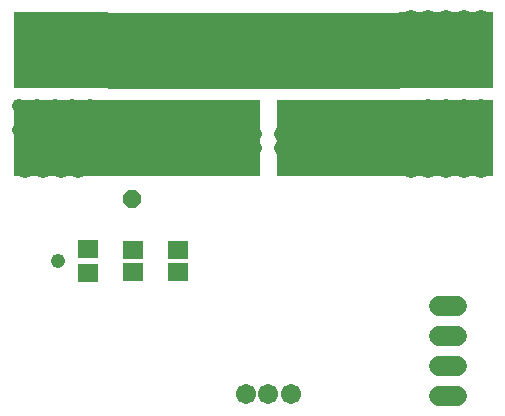
<source format=gts>
G75*
%MOIN*%
%OFA0B0*%
%FSLAX24Y24*%
%IPPOS*%
%LPD*%
%AMOC8*
5,1,8,0,0,1.08239X$1,22.5*
%
%ADD10R,0.9744X0.2559*%
%ADD11R,0.5118X0.2559*%
%ADD12R,0.4094X0.2559*%
%ADD13C,0.0477*%
%ADD14C,0.1655*%
%ADD15C,0.0671*%
%ADD16C,0.0680*%
%ADD17R,0.0580X0.0330*%
%ADD18R,0.3150X0.2559*%
%ADD19R,0.0710X0.0592*%
%ADD20OC8,0.0600*%
%ADD21C,0.0476*%
%ADD22OC8,0.0476*%
%ADD23C,0.0437*%
D10*
X011690Y013596D03*
D11*
X009338Y010683D03*
D12*
X014495Y010683D03*
D13*
X015387Y011240D03*
X014924Y011387D03*
X014403Y011387D03*
X013881Y011387D03*
X013349Y011387D03*
X012887Y011240D03*
X012601Y010846D03*
X012601Y010354D03*
X012887Y009960D03*
X013349Y009813D03*
X013881Y009813D03*
X014403Y009813D03*
X014924Y009813D03*
X015387Y009960D03*
X015668Y010350D03*
X015668Y010850D03*
X016716Y010978D03*
X016912Y010387D03*
X017503Y010387D03*
X018094Y010387D03*
X018684Y010387D03*
X019275Y010387D03*
X019275Y009600D03*
X018684Y009600D03*
X018094Y009600D03*
X017503Y009600D03*
X016912Y009600D03*
X016716Y011569D03*
X017503Y011765D03*
X018094Y011765D03*
X018684Y011765D03*
X019275Y011765D03*
X019275Y012750D03*
X018684Y012750D03*
X018094Y012750D03*
X017503Y012750D03*
X016912Y012750D03*
X016912Y013537D03*
X017503Y013537D03*
X018094Y013537D03*
X018684Y013537D03*
X019275Y013537D03*
X019275Y014128D03*
X019275Y014718D03*
X018684Y014718D03*
X018094Y014718D03*
X018094Y014128D03*
X018684Y014128D03*
X017503Y014128D03*
X016912Y014128D03*
X016912Y014718D03*
X017503Y014718D03*
X011735Y010846D03*
X011450Y011240D03*
X010987Y011387D03*
X010466Y011387D03*
X009934Y011387D03*
X009412Y011387D03*
X008950Y011240D03*
X008668Y010850D03*
X008668Y010350D03*
X008950Y009960D03*
X009412Y009813D03*
X009934Y009813D03*
X010466Y009813D03*
X010987Y009813D03*
X011450Y009960D03*
X011735Y010354D03*
X006621Y010584D03*
X006227Y010978D03*
X005637Y010978D03*
X005046Y010978D03*
X004456Y010978D03*
X003865Y010978D03*
X003865Y011765D03*
X004456Y011765D03*
X005046Y011765D03*
X005637Y011765D03*
X006227Y011765D03*
X006424Y012750D03*
X005834Y012750D03*
X005243Y012750D03*
X004653Y012750D03*
X004062Y012750D03*
X004062Y013340D03*
X004653Y013340D03*
X005243Y013340D03*
X005834Y013340D03*
X006424Y013340D03*
X006424Y013931D03*
X006424Y014521D03*
X005834Y014521D03*
X005243Y014521D03*
X005243Y013931D03*
X005834Y013931D03*
X004653Y013931D03*
X004653Y014521D03*
X004062Y014521D03*
X004062Y013931D03*
X006621Y009994D03*
X005834Y009600D03*
X005243Y009600D03*
X004653Y009600D03*
X004062Y009600D03*
D14*
X009412Y010600D02*
X010987Y010600D01*
X013349Y010600D02*
X014924Y010600D01*
D15*
X012920Y002175D03*
X012168Y002175D03*
X011416Y002175D03*
D16*
X017868Y002100D02*
X018468Y002100D01*
X018468Y003100D02*
X017868Y003100D01*
X017868Y004100D02*
X018468Y004100D01*
X018468Y005100D02*
X017868Y005100D01*
D17*
X004653Y010191D03*
X004653Y013143D03*
D18*
X005243Y013635D03*
X005243Y010683D03*
X018094Y010683D03*
X018094Y013635D03*
D19*
X006168Y006206D03*
X006168Y006994D03*
X007668Y006974D03*
X007668Y006226D03*
X009168Y006226D03*
X009168Y006974D03*
D20*
X007629Y008679D03*
X007629Y012679D03*
D21*
X005168Y006600D03*
D22*
X012168Y013100D03*
D23*
X011149Y013104D03*
X009968Y013104D03*
X008786Y013104D03*
X007605Y013301D03*
X007605Y014285D03*
X008786Y014285D03*
X009968Y014285D03*
X011149Y014285D03*
X012330Y014285D03*
X013511Y014285D03*
X014692Y014285D03*
X015873Y014285D03*
X015873Y013104D03*
X014692Y013104D03*
X013511Y013104D03*
M02*

</source>
